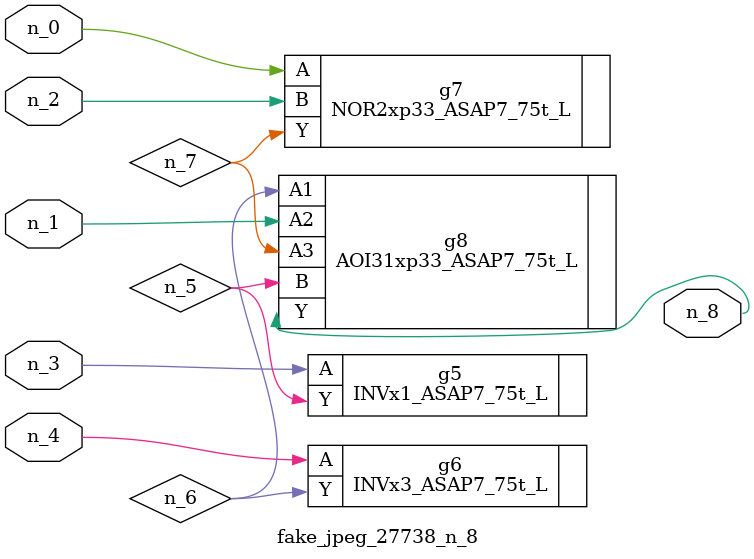
<source format=v>
module fake_jpeg_27738_n_8 (n_3, n_2, n_1, n_0, n_4, n_8);

input n_3;
input n_2;
input n_1;
input n_0;
input n_4;

output n_8;

wire n_6;
wire n_5;
wire n_7;

INVx1_ASAP7_75t_L g5 ( 
.A(n_3),
.Y(n_5)
);

INVx3_ASAP7_75t_L g6 ( 
.A(n_4),
.Y(n_6)
);

NOR2xp33_ASAP7_75t_L g7 ( 
.A(n_0),
.B(n_2),
.Y(n_7)
);

AOI31xp33_ASAP7_75t_L g8 ( 
.A1(n_6),
.A2(n_1),
.A3(n_7),
.B(n_5),
.Y(n_8)
);


endmodule
</source>
